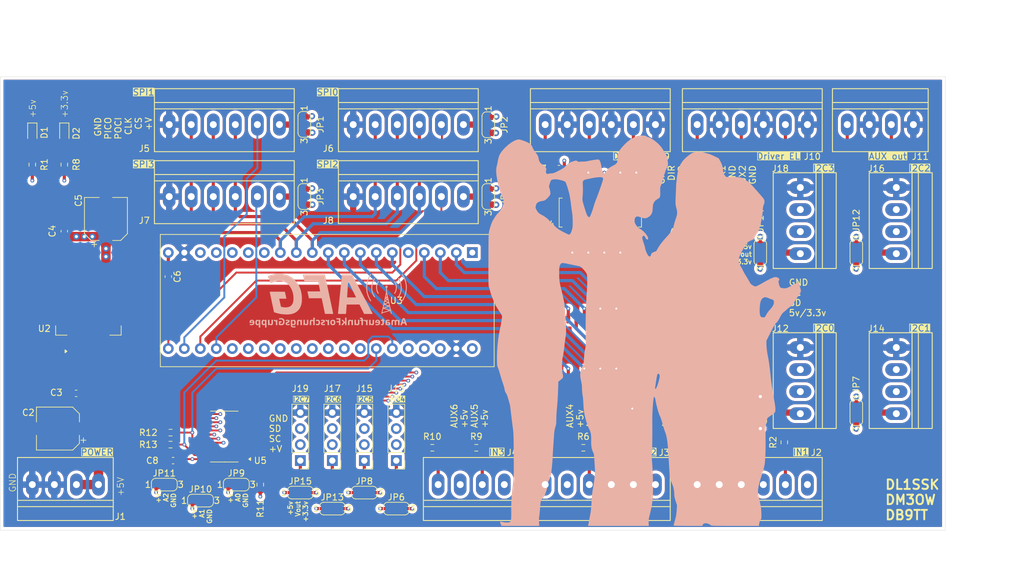
<source format=kicad_pcb>
(kicad_pcb
	(version 20240108)
	(generator "pcbnew")
	(generator_version "8.0")
	(general
		(thickness 1.6)
		(legacy_teardrops no)
	)
	(paper "A4")
	(layers
		(0 "F.Cu" signal)
		(1 "In1.Cu" signal)
		(2 "In2.Cu" signal)
		(31 "B.Cu" signal)
		(32 "B.Adhes" user "B.Adhesive")
		(33 "F.Adhes" user "F.Adhesive")
		(34 "B.Paste" user)
		(35 "F.Paste" user)
		(36 "B.SilkS" user "B.Silkscreen")
		(37 "F.SilkS" user "F.Silkscreen")
		(38 "B.Mask" user)
		(39 "F.Mask" user)
		(40 "Dwgs.User" user "User.Drawings")
		(41 "Cmts.User" user "User.Comments")
		(42 "Eco1.User" user "User.Eco1")
		(43 "Eco2.User" user "User.Eco2")
		(44 "Edge.Cuts" user)
		(45 "Margin" user)
		(46 "B.CrtYd" user "B.Courtyard")
		(47 "F.CrtYd" user "F.Courtyard")
		(48 "B.Fab" user)
		(49 "F.Fab" user)
		(50 "User.1" user)
		(51 "User.2" user)
		(52 "User.3" user)
		(53 "User.4" user)
		(54 "User.5" user)
		(55 "User.6" user)
		(56 "User.7" user)
		(57 "User.8" user)
		(58 "User.9" user)
	)
	(setup
		(stackup
			(layer "F.SilkS"
				(type "Top Silk Screen")
			)
			(layer "F.Paste"
				(type "Top Solder Paste")
			)
			(layer "F.Mask"
				(type "Top Solder Mask")
				(thickness 0.01)
			)
			(layer "F.Cu"
				(type "copper")
				(thickness 0.035)
			)
			(layer "dielectric 1"
				(type "prepreg")
				(thickness 0.1)
				(material "FR4")
				(epsilon_r 4.5)
				(loss_tangent 0.02)
			)
			(layer "In1.Cu"
				(type "copper")
				(thickness 0.035)
			)
			(layer "dielectric 2"
				(type "core")
				(thickness 1.24)
				(material "FR4")
				(epsilon_r 4.5)
				(loss_tangent 0.02)
			)
			(layer "In2.Cu"
				(type "copper")
				(thickness 0.035)
			)
			(layer "dielectric 3"
				(type "prepreg")
				(thickness 0.1)
				(material "FR4")
				(epsilon_r 4.5)
				(loss_tangent 0.02)
			)
			(layer "B.Cu"
				(type "copper")
				(thickness 0.035)
			)
			(layer "B.Mask"
				(type "Bottom Solder Mask")
				(thickness 0.01)
			)
			(layer "B.Paste"
				(type "Bottom Solder Paste")
			)
			(layer "B.SilkS"
				(type "Bottom Silk Screen")
			)
			(copper_finish "None")
			(dielectric_constraints no)
		)
		(pad_to_mask_clearance 0)
		(allow_soldermask_bridges_in_footprints no)
		(pcbplotparams
			(layerselection 0x00010fc_ffffffff)
			(plot_on_all_layers_selection 0x0000000_00000000)
			(disableapertmacros no)
			(usegerberextensions no)
			(usegerberattributes yes)
			(usegerberadvancedattributes yes)
			(creategerberjobfile yes)
			(dashed_line_dash_ratio 12.000000)
			(dashed_line_gap_ratio 3.000000)
			(svgprecision 4)
			(plotframeref no)
			(viasonmask no)
			(mode 1)
			(useauxorigin no)
			(hpglpennumber 1)
			(hpglpenspeed 20)
			(hpglpendiameter 15.000000)
			(pdf_front_fp_property_popups yes)
			(pdf_back_fp_property_popups yes)
			(dxfpolygonmode yes)
			(dxfimperialunits yes)
			(dxfusepcbnewfont yes)
			(psnegative no)
			(psa4output no)
			(plotreference yes)
			(plotvalue yes)
			(plotfptext yes)
			(plotinvisibletext no)
			(sketchpadsonfab no)
			(subtractmaskfromsilk no)
			(outputformat 1)
			(mirror no)
			(drillshape 1)
			(scaleselection 1)
			(outputdirectory "")
		)
	)
	(net 0 "")
	(net 1 "GND")
	(net 2 "+5V")
	(net 3 "+3.3V")
	(net 4 "Net-(D1-A)")
	(net 5 "Net-(D2-A)")
	(net 6 "POCI")
	(net 7 "Net-(J5-Pin_1)")
	(net 8 "PICO")
	(net 9 "SCK")
	(net 10 "CS1")
	(net 11 "CS0")
	(net 12 "Net-(J6-Pin_1)")
	(net 13 "CS3")
	(net 14 "Net-(J7-Pin_1)")
	(net 15 "Net-(J8-Pin_1)")
	(net 16 "CS2")
	(net 17 "Net-(J9-Pin_4)")
	(net 18 "Net-(J9-Pin_6)")
	(net 19 "Net-(J9-Pin_2)")
	(net 20 "OUT-SD0")
	(net 21 "Net-(J12-Pin_1)")
	(net 22 "OUT-SC0")
	(net 23 "OUT-SC4")
	(net 24 "Net-(J13-Pin_1)")
	(net 25 "OUT-SD4")
	(net 26 "OUT-SC1")
	(net 27 "Net-(J14-Pin_1)")
	(net 28 "OUT-SD1")
	(net 29 "OUT-SC5")
	(net 30 "OUT-SD5")
	(net 31 "Net-(J15-Pin_1)")
	(net 32 "OUT-SC2")
	(net 33 "OUT-SD2")
	(net 34 "Net-(J16-Pin_1)")
	(net 35 "Net-(J17-Pin_1)")
	(net 36 "OUT-SC6")
	(net 37 "OUT-SD6")
	(net 38 "OUT-SC3")
	(net 39 "Net-(J18-Pin_1)")
	(net 40 "OUT-SD3")
	(net 41 "Net-(J19-Pin_1)")
	(net 42 "OUT-SC7")
	(net 43 "OUT-SD7")
	(net 44 "Net-(JP9-C)")
	(net 45 "Net-(JP10-C)")
	(net 46 "Net-(JP11-C)")
	(net 47 "Net-(U5-~{RESET})")
	(net 48 "AUX-IN3")
	(net 49 "AUX-IN1")
	(net 50 "AUX-IN6")
	(net 51 "AUX-IN2")
	(net 52 "AUX-IN4")
	(net 53 "SW1-AZ")
	(net 54 "SW2-AZ")
	(net 55 "AUX-IN5")
	(net 56 "unconnected-(U3-PB1-Pad15)")
	(net 57 "unconnected-(U3-3V3-Pad18)")
	(net 58 "EN-AZ")
	(net 59 "EN-EL")
	(net 60 "unconnected-(U3-PB2-Pad16)")
	(net 61 "unconnected-(U3-NRST-Pad5)")
	(net 62 "AUX-OUT1")
	(net 63 "DIR-AZ")
	(net 64 "SCL")
	(net 65 "unconnected-(U3-PB9-Pad37)")
	(net 66 "SDA")
	(net 67 "unconnected-(U3-PB0-Pad14)")
	(net 68 "unconnected-(U3-VBAT-Pad1)")
	(net 69 "unconnected-(U3-3V3-Pad40)")
	(net 70 "unconnected-(U3-PB8-Pad36)")
	(net 71 "unconnected-(U3-PB10-Pad17)")
	(net 72 "STEP-AZ")
	(net 73 "STEP-EL")
	(net 74 "unconnected-(U3-PB5-Pad33)")
	(net 75 "DIR-EL")
	(net 76 "AUX-OUT2")
	(net 77 "Net-(J10-Pin_4)")
	(net 78 "Net-(J10-Pin_6)")
	(net 79 "Net-(J10-Pin_2)")
	(net 80 "Net-(J11-Pin_4)")
	(net 81 "Net-(J11-Pin_2)")
	(net 82 "Net-(J4-Pin_1)")
	(net 83 "Net-(J4-Pin_3)")
	(net 84 "Net-(J3-Pin_5)")
	(net 85 "Net-(J3-Pin_3)")
	(net 86 "Net-(J3-Pin_1)")
	(net 87 "Net-(J2-Pin_1)")
	(net 88 "Net-(J2-Pin_5)")
	(net 89 "Net-(J2-Pin_3)")
	(footprint "LED_SMD:LED_0603_1608Metric_Pad1.05x0.95mm_HandSolder" (layer "F.Cu") (at 60.96 72.531 -90))
	(footprint "Jumper:SolderJumper-3_P1.3mm_Open_RoundedPad1.0x1.5mm_NumberLabels" (layer "F.Cu") (at 76.835 128.27))
	(footprint "spta:SPTA-1-6-3,5" (layer "F.Cu") (at 115.57 82.55 180))
	(footprint "spta:SPTA-1-6-3,5" (layer "F.Cu") (at 170.18 71.12 180))
	(footprint "spta:SPTA-1-6-3,5" (layer "F.Cu") (at 146.05 128.27))
	(footprint "Capacitor_SMD:C_0603_1608Metric_Pad1.08x0.95mm_HandSolder" (layer "F.Cu") (at 139.4725 78.105 180))
	(footprint "Jumper:SolderJumper-3_P1.3mm_Open_RoundedPad1.0x1.5mm_NumberLabels" (layer "F.Cu") (at 186.69 116.84 -90))
	(footprint "spta:SPTA-1-4-3,5" (layer "F.Cu") (at 125.56 128.27))
	(footprint "spta:SPTA-1-6-3,5" (layer "F.Cu") (at 170.18 128.27))
	(footprint "Jumper:SolderJumper-3_P1.3mm_Open_RoundedPad1.0x1.5mm_NumberLabels" (layer "F.Cu") (at 128.27 71.15 -90))
	(footprint "Capacitor_SMD:C_0603_1608Metric_Pad1.08x0.95mm_HandSolder" (layer "F.Cu") (at 150.2675 114.3 180))
	(footprint "spta:SPTA-1-4-3,5" (layer "F.Cu") (at 177.8 111.76 90))
	(footprint "Jumper:SolderJumper-3_P1.3mm_Open_RoundedPad1.0x1.5mm_NumberLabels" (layer "F.Cu") (at 171.45 116.84 -90))
	(footprint "Jumper:SolderJumper-3_P1.3mm_Open_RoundedPad1.0x1.5mm_NumberLabels" (layer "F.Cu") (at 99.06 82.55 -90))
	(footprint "Resistor_SMD:R_0603_1608Metric_Pad0.98x0.95mm_HandSolder" (layer "F.Cu") (at 92.075 128.27 90))
	(footprint "BlackPill_F4xx_v2:BlackPill_F4xx_v2" (layer "F.Cu") (at 125.73 91.44 90))
	(footprint "spta:SPTA-1-6-3,5" (layer "F.Cu") (at 146.05 71.12 180))
	(footprint "Resistor_SMD:R_0603_1608Metric_Pad0.98x0.95mm_HandSolder" (layer "F.Cu") (at 119.38 122.428 180))
	(footprint "Resistor_SMD:R_0603_1608Metric_Pad0.98x0.95mm_HandSolder" (layer "F.Cu") (at 160.02 122.428 180))
	(footprint "Resistor_SMD:R_0603_1608Metric_Pad0.98x0.95mm_HandSolder" (layer "F.Cu") (at 136.525 122.428 180))
	(footprint "Jumper:SolderJumper-3_P1.3mm_Open_RoundedPad1.0x1.5mm_NumberLabels" (layer "F.Cu") (at 186.69 91.44 -90))
	(footprint "Resistor_SMD:R_0603_1608Metric_Pad0.98x0.95mm_HandSolder" (layer "F.Cu") (at 77.8275 121.92))
	(footprint "Resistor_SMD:R_0603_1608Metric_Pad0.98x0.95mm_HandSolder" (layer "F.Cu") (at 175.26 121.5625 90))
	(footprint "Capacitor_SMD:C_0603_1608Metric_Pad1.08x0.95mm_HandSolder" (layer "F.Cu") (at 78.232 124.46 180))
	(footprint "Package_SO:SO-20_12.8x7.5mm_P1.27mm" (layer "F.Cu") (at 145.415 106.68 -90))
	(footprint "Resistor_SMD:R_0603_1608Metric_Pad0.98x0.95mm_HandSolder" (layer "F.Cu") (at 55.88 77.47 90))
	(footprint "spta:SPTA-1-4-3,5" (layer "F.Cu") (at 193.04 86.36 90))
	(footprint "Jumper:SolderJumper-3_P1.3mm_Open_RoundedPad1.0x1.5mm_NumberLabels" (layer "F.Cu") (at 171.45 91.44 -90))
	(footprint "Jumper:SolderJumper-3_P1.3mm_Open_RoundedPad1.0x1.5mm_NumberLabels" (layer "F.Cu") (at 113.665 132.08))
	(footprint "spta:SPTA-1-6-3,5" (layer "F.Cu") (at 115.57 71.12 180))
	(footprint "Connector_PinHeader_2.54mm:PinHeader_1x04_P2.54mm_Vertical" (layer "F.Cu") (at 113.665 124.46 180))
	(footprint "Jumper:SolderJumper-3_P1.3mm_Open_RoundedPad1.0x1.5mm_NumberLabels" (layer "F.Cu") (at 98.425 129.54))
	(footprint "spta:SPTA-1-6-3,5" (layer "F.Cu") (at 86.36 71.12 180))
	(footprint "Resistor_SMD:R_0603_1608Metric_Pad0.98x0.95mm_HandSolder" (layer "F.Cu") (at 167.005 122.428 180))
	(footprint "Jumper:SolderJumper-3_P1.3mm_Open_RoundedPad1.0x1.5mm_NumberLabels" (layer "F.Cu") (at 82.58 130.81))
	(footprint "Jumper:SolderJumper-3_P1.3mm_Open_RoundedPad1.0x1.5mm_NumberLabels" (layer "F.Cu") (at 88.265 128.27))
	(footprint "spta:SPTA-1-4-3,5" (layer "F.Cu") (at 193.04 111.76 90))
	(footprint "Connector_PinHeader_2.54mm:PinHeader_1x04_P2.54mm_Vertical" (layer "F.Cu") (at 103.505 124.46 180))
	(footprint "Jumper:SolderJumper-3_P1.3mm_Open_RoundedPad1.0x1.5mm_NumberLabels" (layer "F.Cu") (at 99.06 71.09 -90))
	(footprint "Capacitor_SMD:C_0603_1608Metric_Pad1.08x0.95mm_HandSolder"
		(layer "F.Cu")
		(uuid "79655489-b648-4813-baf5-42e31915e6aa")
		(at 77.47 95.25 -90)
		(descr "Capacitor SMD 0603 (1608 Metric), square (rectangular) end terminal, IPC_7351 nominal with elongated pad for handsoldering. (Body size source: IPC-SM-782 page 76, https://www.pcb-3d.com/wordpress/wp-content/uploads/ipc-sm-782a_amendment_1_and_2.pdf), generated with kicad-footprint-generator")
		(tags "capacitor handsolder")
		(property "Reference" "C6"
			(at 0 -1.43 90)
			(layer "F.SilkS")
			(uuid "087da5e5-c2a1-44c9-bae6-a5c5733c5798")
			(effects
				(font
					(size 1 1)
					(thickness 0.15)
				)
			)
		)
		(property "Value" "100nF"
			(at 0 1.43 90)
			(layer "F.Fab")
			(uuid "e119a8b2-c8f7-43df-9136-450abe8c15b6")
			(effects
				(font
					(size 1 1)
					(thickness 0.15)
				)
			)
		)
		(property "Footprint" "Capacitor_SMD:C_0603_1608Metric_Pad1.08x0.95mm_HandSolder"
			(at 0 0 -90)
			(unlocked yes)
			(layer "F.Fab")
			(hide yes)
			(uuid "14e5ea70-e61f-4972-a022-8c570ddcc99b")
			(effects
				(font
					(size 1.27 1.27)
					(thickness 0.15)
				)
			)
		)
		(property "Datasheet" ""
			(at 0 0 -90)
			(unlocked yes)
			(layer "F.Fab")
			(hide yes)
			(uuid "ff499786-2cf5-4f06-ad7f-abd3b0751142")
			(effects
				(font
					(size 1.27 1.27)
					(thickness 0.15)
				)
			)
		)
		(property "Description" "Unpolarized capacitor"
			(at 0 0 -90)
... [1572980 chars truncated]
</source>
